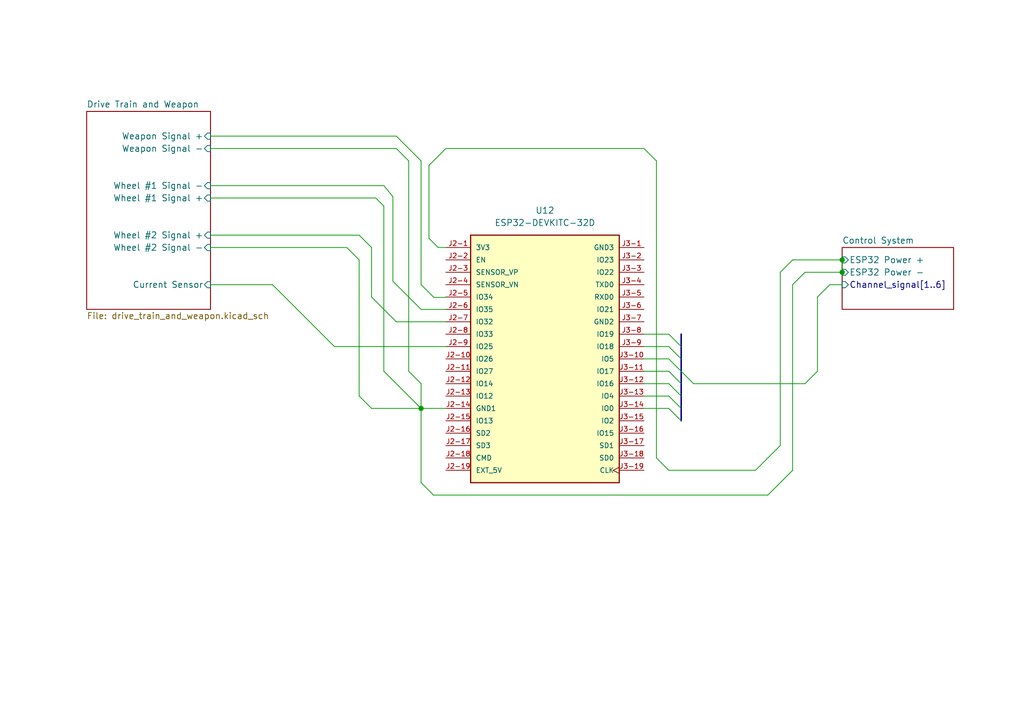
<source format=kicad_sch>
(kicad_sch
	(version 20231120)
	(generator "eeschema")
	(generator_version "8.0")
	(uuid "0c58a270-3f71-47ba-8bc2-d70582e7eff4")
	(paper "A5")
	(lib_symbols
		(symbol "ESP32-DEVKITC-32D:ESP32-DEVKITC-32D"
			(pin_names
				(offset 1.016)
			)
			(exclude_from_sim no)
			(in_bom yes)
			(on_board yes)
			(property "Reference" "U"
				(at -15.2572 26.0643 0)
				(effects
					(font
						(size 1.27 1.27)
					)
					(justify left bottom)
				)
			)
			(property "Value" "ESP32-DEVKITC-32D"
				(at -15.2563 -27.9698 0)
				(effects
					(font
						(size 1.27 1.27)
					)
					(justify left bottom)
				)
			)
			(property "Footprint" "ESP32-DEVKITC-32D:MODULE_ESP32-DEVKITC-32D"
				(at 0 0 0)
				(effects
					(font
						(size 1.27 1.27)
					)
					(justify bottom)
					(hide yes)
				)
			)
			(property "Datasheet" ""
				(at 0 0 0)
				(effects
					(font
						(size 1.27 1.27)
					)
					(hide yes)
				)
			)
			(property "Description" ""
				(at 0 0 0)
				(effects
					(font
						(size 1.27 1.27)
					)
					(hide yes)
				)
			)
			(property "MF" "Espressif Systems"
				(at 0 0 0)
				(effects
					(font
						(size 1.27 1.27)
					)
					(justify bottom)
					(hide yes)
				)
			)
			(property "MAXIMUM_PACKAGE_HEIGHT" "N/A"
				(at 0 0 0)
				(effects
					(font
						(size 1.27 1.27)
					)
					(justify bottom)
					(hide yes)
				)
			)
			(property "Package" "None"
				(at 0 0 0)
				(effects
					(font
						(size 1.27 1.27)
					)
					(justify bottom)
					(hide yes)
				)
			)
			(property "Price" "None"
				(at 0 0 0)
				(effects
					(font
						(size 1.27 1.27)
					)
					(justify bottom)
					(hide yes)
				)
			)
			(property "Check_prices" "https://www.snapeda.com/parts/ESP32-DEVKITC-32D/Espressif+Systems/view-part/?ref=eda"
				(at 0 0 0)
				(effects
					(font
						(size 1.27 1.27)
					)
					(justify bottom)
					(hide yes)
				)
			)
			(property "STANDARD" "Manufacturer Recommendations"
				(at 0 0 0)
				(effects
					(font
						(size 1.27 1.27)
					)
					(justify bottom)
					(hide yes)
				)
			)
			(property "PARTREV" "V4"
				(at 0 0 0)
				(effects
					(font
						(size 1.27 1.27)
					)
					(justify bottom)
					(hide yes)
				)
			)
			(property "SnapEDA_Link" "https://www.snapeda.com/parts/ESP32-DEVKITC-32D/Espressif+Systems/view-part/?ref=snap"
				(at 0 0 0)
				(effects
					(font
						(size 1.27 1.27)
					)
					(justify bottom)
					(hide yes)
				)
			)
			(property "MP" "ESP32-DEVKITC-32D"
				(at 0 0 0)
				(effects
					(font
						(size 1.27 1.27)
					)
					(justify bottom)
					(hide yes)
				)
			)
			(property "Description_1" "\nWiFi Development Tools (802.11) ESP32 General Development Kit, ESP32-WROOM-32D on the board\n"
				(at 0 0 0)
				(effects
					(font
						(size 1.27 1.27)
					)
					(justify bottom)
					(hide yes)
				)
			)
			(property "MANUFACTURER" "Espressif Systems"
				(at 0 0 0)
				(effects
					(font
						(size 1.27 1.27)
					)
					(justify bottom)
					(hide yes)
				)
			)
			(property "Availability" "In Stock"
				(at 0 0 0)
				(effects
					(font
						(size 1.27 1.27)
					)
					(justify bottom)
					(hide yes)
				)
			)
			(property "SNAPEDA_PN" "ESP32-DEVKITC-32D"
				(at 0 0 0)
				(effects
					(font
						(size 1.27 1.27)
					)
					(justify bottom)
					(hide yes)
				)
			)
			(symbol "ESP32-DEVKITC-32D_0_0"
				(rectangle
					(start -15.24 -25.4)
					(end 15.24 25.4)
					(stroke
						(width 0.254)
						(type default)
					)
					(fill
						(type background)
					)
				)
				(pin power_in line
					(at -20.32 22.86 0)
					(length 5.08)
					(name "3V3"
						(effects
							(font
								(size 1.016 1.016)
							)
						)
					)
					(number "J2-1"
						(effects
							(font
								(size 1.016 1.016)
							)
						)
					)
				)
				(pin bidirectional line
					(at -20.32 0 0)
					(length 5.08)
					(name "IO26"
						(effects
							(font
								(size 1.016 1.016)
							)
						)
					)
					(number "J2-10"
						(effects
							(font
								(size 1.016 1.016)
							)
						)
					)
				)
				(pin bidirectional line
					(at -20.32 -2.54 0)
					(length 5.08)
					(name "IO27"
						(effects
							(font
								(size 1.016 1.016)
							)
						)
					)
					(number "J2-11"
						(effects
							(font
								(size 1.016 1.016)
							)
						)
					)
				)
				(pin bidirectional line
					(at -20.32 -5.08 0)
					(length 5.08)
					(name "IO14"
						(effects
							(font
								(size 1.016 1.016)
							)
						)
					)
					(number "J2-12"
						(effects
							(font
								(size 1.016 1.016)
							)
						)
					)
				)
				(pin bidirectional line
					(at -20.32 -7.62 0)
					(length 5.08)
					(name "IO12"
						(effects
							(font
								(size 1.016 1.016)
							)
						)
					)
					(number "J2-13"
						(effects
							(font
								(size 1.016 1.016)
							)
						)
					)
				)
				(pin power_in line
					(at -20.32 -10.16 0)
					(length 5.08)
					(name "GND1"
						(effects
							(font
								(size 1.016 1.016)
							)
						)
					)
					(number "J2-14"
						(effects
							(font
								(size 1.016 1.016)
							)
						)
					)
				)
				(pin bidirectional line
					(at -20.32 -12.7 0)
					(length 5.08)
					(name "IO13"
						(effects
							(font
								(size 1.016 1.016)
							)
						)
					)
					(number "J2-15"
						(effects
							(font
								(size 1.016 1.016)
							)
						)
					)
				)
				(pin bidirectional line
					(at -20.32 -15.24 0)
					(length 5.08)
					(name "SD2"
						(effects
							(font
								(size 1.016 1.016)
							)
						)
					)
					(number "J2-16"
						(effects
							(font
								(size 1.016 1.016)
							)
						)
					)
				)
				(pin bidirectional line
					(at -20.32 -17.78 0)
					(length 5.08)
					(name "SD3"
						(effects
							(font
								(size 1.016 1.016)
							)
						)
					)
					(number "J2-17"
						(effects
							(font
								(size 1.016 1.016)
							)
						)
					)
				)
				(pin bidirectional line
					(at -20.32 -20.32 0)
					(length 5.08)
					(name "CMD"
						(effects
							(font
								(size 1.016 1.016)
							)
						)
					)
					(number "J2-18"
						(effects
							(font
								(size 1.016 1.016)
							)
						)
					)
				)
				(pin power_in line
					(at -20.32 -22.86 0)
					(length 5.08)
					(name "EXT_5V"
						(effects
							(font
								(size 1.016 1.016)
							)
						)
					)
					(number "J2-19"
						(effects
							(font
								(size 1.016 1.016)
							)
						)
					)
				)
				(pin input line
					(at -20.32 20.32 0)
					(length 5.08)
					(name "EN"
						(effects
							(font
								(size 1.016 1.016)
							)
						)
					)
					(number "J2-2"
						(effects
							(font
								(size 1.016 1.016)
							)
						)
					)
				)
				(pin input line
					(at -20.32 17.78 0)
					(length 5.08)
					(name "SENSOR_VP"
						(effects
							(font
								(size 1.016 1.016)
							)
						)
					)
					(number "J2-3"
						(effects
							(font
								(size 1.016 1.016)
							)
						)
					)
				)
				(pin input line
					(at -20.32 15.24 0)
					(length 5.08)
					(name "SENSOR_VN"
						(effects
							(font
								(size 1.016 1.016)
							)
						)
					)
					(number "J2-4"
						(effects
							(font
								(size 1.016 1.016)
							)
						)
					)
				)
				(pin bidirectional line
					(at -20.32 12.7 0)
					(length 5.08)
					(name "IO34"
						(effects
							(font
								(size 1.016 1.016)
							)
						)
					)
					(number "J2-5"
						(effects
							(font
								(size 1.016 1.016)
							)
						)
					)
				)
				(pin bidirectional line
					(at -20.32 10.16 0)
					(length 5.08)
					(name "IO35"
						(effects
							(font
								(size 1.016 1.016)
							)
						)
					)
					(number "J2-6"
						(effects
							(font
								(size 1.016 1.016)
							)
						)
					)
				)
				(pin bidirectional line
					(at -20.32 7.62 0)
					(length 5.08)
					(name "IO32"
						(effects
							(font
								(size 1.016 1.016)
							)
						)
					)
					(number "J2-7"
						(effects
							(font
								(size 1.016 1.016)
							)
						)
					)
				)
				(pin bidirectional line
					(at -20.32 5.08 0)
					(length 5.08)
					(name "IO33"
						(effects
							(font
								(size 1.016 1.016)
							)
						)
					)
					(number "J2-8"
						(effects
							(font
								(size 1.016 1.016)
							)
						)
					)
				)
				(pin bidirectional line
					(at -20.32 2.54 0)
					(length 5.08)
					(name "IO25"
						(effects
							(font
								(size 1.016 1.016)
							)
						)
					)
					(number "J2-9"
						(effects
							(font
								(size 1.016 1.016)
							)
						)
					)
				)
				(pin power_in line
					(at 20.32 22.86 180)
					(length 5.08)
					(name "GND3"
						(effects
							(font
								(size 1.016 1.016)
							)
						)
					)
					(number "J3-1"
						(effects
							(font
								(size 1.016 1.016)
							)
						)
					)
				)
				(pin bidirectional line
					(at 20.32 0 180)
					(length 5.08)
					(name "IO5"
						(effects
							(font
								(size 1.016 1.016)
							)
						)
					)
					(number "J3-10"
						(effects
							(font
								(size 1.016 1.016)
							)
						)
					)
				)
				(pin bidirectional line
					(at 20.32 -2.54 180)
					(length 5.08)
					(name "IO17"
						(effects
							(font
								(size 1.016 1.016)
							)
						)
					)
					(number "J3-11"
						(effects
							(font
								(size 1.016 1.016)
							)
						)
					)
				)
				(pin bidirectional line
					(at 20.32 -5.08 180)
					(length 5.08)
					(name "IO16"
						(effects
							(font
								(size 1.016 1.016)
							)
						)
					)
					(number "J3-12"
						(effects
							(font
								(size 1.016 1.016)
							)
						)
					)
				)
				(pin bidirectional line
					(at 20.32 -7.62 180)
					(length 5.08)
					(name "IO4"
						(effects
							(font
								(size 1.016 1.016)
							)
						)
					)
					(number "J3-13"
						(effects
							(font
								(size 1.016 1.016)
							)
						)
					)
				)
				(pin bidirectional line
					(at 20.32 -10.16 180)
					(length 5.08)
					(name "IO0"
						(effects
							(font
								(size 1.016 1.016)
							)
						)
					)
					(number "J3-14"
						(effects
							(font
								(size 1.016 1.016)
							)
						)
					)
				)
				(pin bidirectional line
					(at 20.32 -12.7 180)
					(length 5.08)
					(name "IO2"
						(effects
							(font
								(size 1.016 1.016)
							)
						)
					)
					(number "J3-15"
						(effects
							(font
								(size 1.016 1.016)
							)
						)
					)
				)
				(pin bidirectional line
					(at 20.32 -15.24 180)
					(length 5.08)
					(name "IO15"
						(effects
							(font
								(size 1.016 1.016)
							)
						)
					)
					(number "J3-16"
						(effects
							(font
								(size 1.016 1.016)
							)
						)
					)
				)
				(pin bidirectional line
					(at 20.32 -17.78 180)
					(length 5.08)
					(name "SD1"
						(effects
							(font
								(size 1.016 1.016)
							)
						)
					)
					(number "J3-17"
						(effects
							(font
								(size 1.016 1.016)
							)
						)
					)
				)
				(pin bidirectional line
					(at 20.32 -20.32 180)
					(length 5.08)
					(name "SD0"
						(effects
							(font
								(size 1.016 1.016)
							)
						)
					)
					(number "J3-18"
						(effects
							(font
								(size 1.016 1.016)
							)
						)
					)
				)
				(pin input clock
					(at 20.32 -22.86 180)
					(length 5.08)
					(name "CLK"
						(effects
							(font
								(size 1.016 1.016)
							)
						)
					)
					(number "J3-19"
						(effects
							(font
								(size 1.016 1.016)
							)
						)
					)
				)
				(pin bidirectional line
					(at 20.32 20.32 180)
					(length 5.08)
					(name "IO23"
						(effects
							(font
								(size 1.016 1.016)
							)
						)
					)
					(number "J3-2"
						(effects
							(font
								(size 1.016 1.016)
							)
						)
					)
				)
				(pin bidirectional line
					(at 20.32 17.78 180)
					(length 5.08)
					(name "IO22"
						(effects
							(font
								(size 1.016 1.016)
							)
						)
					)
					(number "J3-3"
						(effects
							(font
								(size 1.016 1.016)
							)
						)
					)
				)
				(pin output line
					(at 20.32 15.24 180)
					(length 5.08)
					(name "TXD0"
						(effects
							(font
								(size 1.016 1.016)
							)
						)
					)
					(number "J3-4"
						(effects
							(font
								(size 1.016 1.016)
							)
						)
					)
				)
				(pin input line
					(at 20.32 12.7 180)
					(length 5.08)
					(name "RXD0"
						(effects
							(font
								(size 1.016 1.016)
							)
						)
					)
					(number "J3-5"
						(effects
							(font
								(size 1.016 1.016)
							)
						)
					)
				)
				(pin bidirectional line
					(at 20.32 10.16 180)
					(length 5.08)
					(name "IO21"
						(effects
							(font
								(size 1.016 1.016)
							)
						)
					)
					(number "J3-6"
						(effects
							(font
								(size 1.016 1.016)
							)
						)
					)
				)
				(pin power_in line
					(at 20.32 7.62 180)
					(length 5.08)
					(name "GND2"
						(effects
							(font
								(size 1.016 1.016)
							)
						)
					)
					(number "J3-7"
						(effects
							(font
								(size 1.016 1.016)
							)
						)
					)
				)
				(pin bidirectional line
					(at 20.32 5.08 180)
					(length 5.08)
					(name "IO19"
						(effects
							(font
								(size 1.016 1.016)
							)
						)
					)
					(number "J3-8"
						(effects
							(font
								(size 1.016 1.016)
							)
						)
					)
				)
				(pin bidirectional line
					(at 20.32 2.54 180)
					(length 5.08)
					(name "IO18"
						(effects
							(font
								(size 1.016 1.016)
							)
						)
					)
					(number "J3-9"
						(effects
							(font
								(size 1.016 1.016)
							)
						)
					)
				)
			)
		)
	)
	(junction
		(at 86.36 83.82)
		(diameter 0)
		(color 0 0 0 0)
		(uuid "2ec4af8c-78bd-49fa-b5a3-4986bbbfc33e")
	)
	(junction
		(at 172.72 55.88)
		(diameter 0)
		(color 0 0 0 0)
		(uuid "3e6a5c65-f01f-474d-9630-eeddf8c0741f")
	)
	(junction
		(at 172.72 53.34)
		(diameter 0)
		(color 0 0 0 0)
		(uuid "768ab9bc-5e7f-4b96-ac50-93dec35ec9d3")
	)
	(bus_entry
		(at 137.16 71.12)
		(size 2.54 2.54)
		(stroke
			(width 0)
			(type default)
		)
		(uuid "2d0255d2-27f3-4b1f-bd6e-9f1f46ca86b1")
	)
	(bus_entry
		(at 139.7 76.2)
		(size 2.54 2.54)
		(stroke
			(width 0)
			(type default)
		)
		(uuid "4b0624f3-4ed4-4fd1-bcf0-a75705917539")
	)
	(bus_entry
		(at 137.16 73.66)
		(size 2.54 2.54)
		(stroke
			(width 0)
			(type default)
		)
		(uuid "69191e64-d453-4e90-9f56-4e17af9b5409")
	)
	(bus_entry
		(at 137.16 81.28)
		(size 2.54 2.54)
		(stroke
			(width 0)
			(type default)
		)
		(uuid "6ab91bbb-0353-4a14-be2a-181a69861471")
	)
	(bus_entry
		(at 137.16 68.58)
		(size 2.54 2.54)
		(stroke
			(width 0)
			(type default)
		)
		(uuid "7c4aaffc-a232-4f37-8658-b824974ffb9a")
	)
	(bus_entry
		(at 137.16 76.2)
		(size 2.54 2.54)
		(stroke
			(width 0)
			(type default)
		)
		(uuid "8ba9f384-1ab3-45c8-a22b-d05693142380")
	)
	(bus_entry
		(at 137.16 78.74)
		(size 2.54 2.54)
		(stroke
			(width 0)
			(type default)
		)
		(uuid "c15fb117-d5bc-414c-9fdb-77276bc54dca")
	)
	(bus_entry
		(at 137.16 83.82)
		(size 2.54 2.54)
		(stroke
			(width 0)
			(type default)
		)
		(uuid "fccba51a-fe68-447b-ac07-5587cc36de4c")
	)
	(bus
		(pts
			(xy 139.7 76.2) (xy 139.7 78.74)
		)
		(stroke
			(width 0)
			(type default)
		)
		(uuid "014e27c8-4f9d-44e8-926e-ce1fc225eac3")
	)
	(wire
		(pts
			(xy 160.02 55.88) (xy 160.02 91.44)
		)
		(stroke
			(width 0)
			(type default)
		)
		(uuid "01a816de-954a-49b8-aec3-8802891a48f3")
	)
	(wire
		(pts
			(xy 43.18 38.1) (xy 78.74 38.1)
		)
		(stroke
			(width 0)
			(type default)
		)
		(uuid "01e469fe-f48c-411b-ab40-def2c9f6bed2")
	)
	(wire
		(pts
			(xy 132.08 30.48) (xy 134.62 33.02)
		)
		(stroke
			(width 0)
			(type default)
		)
		(uuid "06a72bbc-7583-4bbb-90e9-be4534c73404")
	)
	(wire
		(pts
			(xy 81.28 27.94) (xy 86.36 33.02)
		)
		(stroke
			(width 0)
			(type default)
		)
		(uuid "0732f81a-6647-446f-955d-142996ace0d2")
	)
	(wire
		(pts
			(xy 76.2 83.82) (xy 86.36 83.82)
		)
		(stroke
			(width 0)
			(type default)
		)
		(uuid "073d5420-6092-471c-95c6-b022449d577d")
	)
	(wire
		(pts
			(xy 80.5735 40.3757) (xy 80.5735 57.7135)
		)
		(stroke
			(width 0)
			(type default)
		)
		(uuid "07ece367-e974-4c27-94ac-e91c49cf05cf")
	)
	(wire
		(pts
			(xy 76.2 60.96) (xy 76.2 50.8)
		)
		(stroke
			(width 0)
			(type default)
		)
		(uuid "0d6b581e-fd9a-4d0d-a057-62bd56dace94")
	)
	(wire
		(pts
			(xy 132.08 78.74) (xy 137.16 78.74)
		)
		(stroke
			(width 0)
			(type default)
		)
		(uuid "0e01422c-4c05-4022-a744-61fd62d0df1e")
	)
	(wire
		(pts
			(xy 170.18 58.42) (xy 172.72 58.42)
		)
		(stroke
			(width 0)
			(type default)
		)
		(uuid "174d9ddf-2adb-4250-9f2d-625502b1ec75")
	)
	(wire
		(pts
			(xy 43.18 50.8) (xy 71.12 50.8)
		)
		(stroke
			(width 0)
			(type default)
		)
		(uuid "1d292e41-ac5d-4d2c-aa0e-d66800269172")
	)
	(wire
		(pts
			(xy 132.08 71.12) (xy 137.16 71.12)
		)
		(stroke
			(width 0)
			(type default)
		)
		(uuid "1e79e6a9-d7cf-4c8d-b6ec-eef172250c66")
	)
	(wire
		(pts
			(xy 162.56 96.52) (xy 157.48 101.6)
		)
		(stroke
			(width 0)
			(type default)
		)
		(uuid "22eaf886-7acf-4a15-8f9b-230041f79126")
	)
	(wire
		(pts
			(xy 132.08 76.2) (xy 137.16 76.2)
		)
		(stroke
			(width 0)
			(type default)
		)
		(uuid "28430a48-611e-4bbd-b375-28652cc0d829")
	)
	(wire
		(pts
			(xy 88.9719 61.0319) (xy 91.3681 61.0319)
		)
		(stroke
			(width 0)
			(type default)
		)
		(uuid "2fffb937-76de-43b6-ad7d-f42ba3ea6147")
	)
	(wire
		(pts
			(xy 76.2 50.8) (xy 73.66 48.26)
		)
		(stroke
			(width 0)
			(type default)
		)
		(uuid "3151c96e-a0d0-4c05-84be-a48010172120")
	)
	(wire
		(pts
			(xy 165.1 55.88) (xy 162.56 58.42)
		)
		(stroke
			(width 0)
			(type default)
		)
		(uuid "32347206-2c71-4617-86c5-fdfbdbf764e6")
	)
	(wire
		(pts
			(xy 132.08 83.82) (xy 137.16 83.82)
		)
		(stroke
			(width 0)
			(type default)
		)
		(uuid "39afa6ad-b9c8-48ff-8555-bc77fe96bd55")
	)
	(wire
		(pts
			(xy 55.88 58.42) (xy 68.58 71.12)
		)
		(stroke
			(width 0)
			(type default)
		)
		(uuid "4746c263-6991-4c7f-a6fd-2e6905b8f9a9")
	)
	(bus
		(pts
			(xy 139.7 71.12) (xy 139.7 73.66)
		)
		(stroke
			(width 0)
			(type default)
		)
		(uuid "47dc699c-d464-4889-af71-3541d0e72af3")
	)
	(wire
		(pts
			(xy 87.9695 48.9112) (xy 87.9695 33.9505)
		)
		(stroke
			(width 0)
			(type default)
		)
		(uuid "48b59e38-ce97-4f3c-b278-0c461411d8bd")
	)
	(wire
		(pts
			(xy 91.3681 61.0319) (xy 91.44 60.96)
		)
		(stroke
			(width 0)
			(type default)
		)
		(uuid "4c8e5177-5f0d-4420-8e97-fe1c1cc5defc")
	)
	(wire
		(pts
			(xy 43.18 58.42) (xy 55.88 58.42)
		)
		(stroke
			(width 0)
			(type default)
		)
		(uuid "4fdc4043-c956-4d2b-ac5e-5d48c9042ed2")
	)
	(wire
		(pts
			(xy 167.64 60.96) (xy 170.18 58.42)
		)
		(stroke
			(width 0)
			(type default)
		)
		(uuid "5121539c-7751-452c-b143-693913b84912")
	)
	(wire
		(pts
			(xy 132.08 73.66) (xy 137.16 73.66)
		)
		(stroke
			(width 0)
			(type default)
		)
		(uuid "551af99d-4c37-47f7-b78d-489458326fdf")
	)
	(wire
		(pts
			(xy 132.08 81.28) (xy 137.16 81.28)
		)
		(stroke
			(width 0)
			(type default)
		)
		(uuid "557e2559-0bdc-43ad-aea1-8d102e4c912d")
	)
	(wire
		(pts
			(xy 73.66 81.28) (xy 76.2 83.82)
		)
		(stroke
			(width 0)
			(type default)
		)
		(uuid "59b8b910-9179-4767-97f9-7d54536a3d98")
	)
	(bus
		(pts
			(xy 139.7 73.66) (xy 139.7 76.2)
		)
		(stroke
			(width 0)
			(type default)
		)
		(uuid "63038da5-9eaa-47aa-b3e1-f6d8f7a20448")
	)
	(wire
		(pts
			(xy 43.18 48.26) (xy 73.66 48.26)
		)
		(stroke
			(width 0)
			(type default)
		)
		(uuid "64579cf2-49bf-4e62-8794-081772cab637")
	)
	(wire
		(pts
			(xy 80.5735 57.7135) (xy 86.36 63.5)
		)
		(stroke
			(width 0)
			(type default)
		)
		(uuid "66db82c5-f8ac-4d51-ba58-7ed0e35b1d0c")
	)
	(wire
		(pts
			(xy 81.28 30.48) (xy 83.82 33.02)
		)
		(stroke
			(width 0)
			(type default)
		)
		(uuid "6982efa0-0b9e-4133-bdda-60283dac4149")
	)
	(wire
		(pts
			(xy 172.72 55.88) (xy 172.72 53.34)
		)
		(stroke
			(width 0)
			(type default)
		)
		(uuid "6bd52382-2100-4fe8-a8ce-b41153a78209")
	)
	(wire
		(pts
			(xy 157.48 101.6) (xy 88.9 101.6)
		)
		(stroke
			(width 0)
			(type default)
		)
		(uuid "6cd762b7-e224-4a9b-bd2b-913ce8936513")
	)
	(wire
		(pts
			(xy 162.56 58.42) (xy 162.56 96.52)
		)
		(stroke
			(width 0)
			(type default)
		)
		(uuid "73373ed3-8c79-4362-9195-5269dfb97387")
	)
	(wire
		(pts
			(xy 137.16 96.52) (xy 154.94 96.52)
		)
		(stroke
			(width 0)
			(type default)
		)
		(uuid "75c6ae07-435c-447e-8dca-21d71afb47a9")
	)
	(wire
		(pts
			(xy 87.9695 33.9505) (xy 91.44 30.48)
		)
		(stroke
			(width 0)
			(type default)
		)
		(uuid "7907364d-24ce-4a06-bda5-dbfdeaa24380")
	)
	(wire
		(pts
			(xy 172.72 55.88) (xy 165.1 55.88)
		)
		(stroke
			(width 0)
			(type default)
		)
		(uuid "7cdc4285-663d-4b80-a8ea-9955b77f85b2")
	)
	(wire
		(pts
			(xy 86.36 63.5) (xy 91.44 63.5)
		)
		(stroke
			(width 0)
			(type default)
		)
		(uuid "7f3903a3-7e69-40e9-a532-9fbdf89e61fd")
	)
	(wire
		(pts
			(xy 78.712 76.172) (xy 86.36 83.82)
		)
		(stroke
			(width 0)
			(type default)
		)
		(uuid "80aeab00-ba5d-4eb8-b88b-59955fbd4ffc")
	)
	(wire
		(pts
			(xy 162.56 53.34) (xy 172.72 53.34)
		)
		(stroke
			(width 0)
			(type default)
		)
		(uuid "871e31e7-8559-4fd7-bf4f-d59ecfaeaf15")
	)
	(wire
		(pts
			(xy 43.18 30.48) (xy 81.28 30.48)
		)
		(stroke
			(width 0)
			(type default)
		)
		(uuid "8783324e-8280-4bd0-bdcc-0221bd086774")
	)
	(wire
		(pts
			(xy 137.16 96.52) (xy 134.62 93.98)
		)
		(stroke
			(width 0)
			(type default)
		)
		(uuid "8ab1aeed-411f-465e-802b-42c400eabef2")
	)
	(bus
		(pts
			(xy 139.7 68.58) (xy 139.7 71.12)
		)
		(stroke
			(width 0)
			(type default)
		)
		(uuid "8d5b69d6-6f32-43c0-9f44-82c201c81f9f")
	)
	(wire
		(pts
			(xy 142.24 78.74) (xy 165.1 78.74)
		)
		(stroke
			(width 0)
			(type default)
		)
		(uuid "8fd387f2-1f7e-46d3-b960-e31b769d963a")
	)
	(wire
		(pts
			(xy 68.58 71.12) (xy 91.44 71.12)
		)
		(stroke
			(width 0)
			(type default)
		)
		(uuid "a1b5e194-3427-478c-8c83-84a82543babd")
	)
	(wire
		(pts
			(xy 86.36 99.06) (xy 88.9 101.6)
		)
		(stroke
			(width 0)
			(type default)
		)
		(uuid "a1c687f2-3bf2-4397-b5cc-782cd489ad63")
	)
	(wire
		(pts
			(xy 86.36 83.82) (xy 86.36 99.06)
		)
		(stroke
			(width 0)
			(type default)
		)
		(uuid "a2362b01-6126-478d-8b75-8c3df129fe32")
	)
	(wire
		(pts
			(xy 162.56 53.34) (xy 160.02 55.88)
		)
		(stroke
			(width 0)
			(type default)
		)
		(uuid "a41c5622-02bc-4d84-8abc-c3e1d587d1b0")
	)
	(wire
		(pts
			(xy 167.64 60.96) (xy 167.64 76.2)
		)
		(stroke
			(width 0)
			(type default)
		)
		(uuid "aa1f09b1-8818-444f-be92-afe696467bdf")
	)
	(wire
		(pts
			(xy 89.8583 50.8) (xy 87.9695 48.9112)
		)
		(stroke
			(width 0)
			(type default)
		)
		(uuid "aea06009-5103-4365-9cf7-f734772aa514")
	)
	(wire
		(pts
			(xy 132.08 68.58) (xy 137.16 68.58)
		)
		(stroke
			(width 0)
			(type default)
		)
		(uuid "b1c4420c-7024-4e96-8390-7fffbe54405d")
	)
	(wire
		(pts
			(xy 91.44 66.04) (xy 81.28 66.04)
		)
		(stroke
			(width 0)
			(type default)
		)
		(uuid "bfa60194-fbbe-48cc-877f-5b5fe8f96f25")
	)
	(wire
		(pts
			(xy 71.12 50.8) (xy 73.66 53.34)
		)
		(stroke
			(width 0)
			(type default)
		)
		(uuid "c008e33f-2eb9-4079-ac8f-947206d1585e")
	)
	(wire
		(pts
			(xy 134.62 33.02) (xy 134.62 93.98)
		)
		(stroke
			(width 0)
			(type default)
		)
		(uuid "c2bde326-3ba6-4a88-b7c5-6f89f607c8c4")
	)
	(wire
		(pts
			(xy 86.36 78.74) (xy 86.36 83.82)
		)
		(stroke
			(width 0)
			(type default)
		)
		(uuid "c6512b24-a89b-4197-a819-d105215005f5")
	)
	(wire
		(pts
			(xy 81.28 66.04) (xy 76.2 60.96)
		)
		(stroke
			(width 0)
			(type default)
		)
		(uuid "c72e0554-6eb5-4fea-a831-3a87457dc53b")
	)
	(wire
		(pts
			(xy 165.1 78.74) (xy 167.64 76.2)
		)
		(stroke
			(width 0)
			(type default)
		)
		(uuid "c82917e3-a0d2-4df2-9db8-bca35a2a22a2")
	)
	(wire
		(pts
			(xy 86.36 33.02) (xy 86.36 58.42)
		)
		(stroke
			(width 0)
			(type default)
		)
		(uuid "cb4ca32a-ce39-4014-8aba-c9b600a01acb")
	)
	(wire
		(pts
			(xy 86.36 58.42) (xy 88.9719 61.0319)
		)
		(stroke
			(width 0)
			(type default)
		)
		(uuid "cd576867-c6c7-4fc9-a09c-6ca46c1c221e")
	)
	(wire
		(pts
			(xy 43.18 27.94) (xy 81.28 27.94)
		)
		(stroke
			(width 0)
			(type default)
		)
		(uuid "d2273308-645e-4394-a308-ca206ca338f6")
	)
	(bus
		(pts
			(xy 139.7 81.28) (xy 139.7 83.82)
		)
		(stroke
			(width 0)
			(type default)
		)
		(uuid "d2a86f66-36a8-4d00-bd8b-1b8b87029933")
	)
	(wire
		(pts
			(xy 73.66 53.34) (xy 73.66 81.28)
		)
		(stroke
			(width 0)
			(type default)
		)
		(uuid "d47e5c24-5bd0-42ac-90ea-e05a4763795e")
	)
	(wire
		(pts
			(xy 77.0652 40.64) (xy 78.712 42.2868)
		)
		(stroke
			(width 0)
			(type default)
		)
		(uuid "d4da822e-c5d7-44e7-9593-9b8ba59e666e")
	)
	(bus
		(pts
			(xy 139.7 78.74) (xy 139.7 81.28)
		)
		(stroke
			(width 0)
			(type default)
		)
		(uuid "d97d9b66-0020-4720-87f1-887a2610ef8f")
	)
	(wire
		(pts
			(xy 43.18 40.64) (xy 77.0652 40.64)
		)
		(stroke
			(width 0)
			(type default)
		)
		(uuid "db46b690-3c6c-43dc-9459-3c7a5552838b")
	)
	(wire
		(pts
			(xy 83.82 76.2) (xy 86.36 78.74)
		)
		(stroke
			(width 0)
			(type default)
		)
		(uuid "dc3a3c9e-2116-4276-aeac-3bf5aca1c4f8")
	)
	(wire
		(pts
			(xy 160.02 91.44) (xy 154.94 96.52)
		)
		(stroke
			(width 0)
			(type default)
		)
		(uuid "dc7f400d-0e59-420f-afe5-2f7ee6d90f84")
	)
	(wire
		(pts
			(xy 91.44 50.8) (xy 89.8583 50.8)
		)
		(stroke
			(width 0)
			(type default)
		)
		(uuid "e0604510-72b4-4eb5-b402-ac5a72d2b163")
	)
	(wire
		(pts
			(xy 78.712 42.2868) (xy 78.712 76.172)
		)
		(stroke
			(width 0)
			(type default)
		)
		(uuid "e1083370-1e3a-4aca-81a4-2769a96d7aa0")
	)
	(wire
		(pts
			(xy 86.36 83.82) (xy 91.44 83.82)
		)
		(stroke
			(width 0)
			(type default)
		)
		(uuid "e2b0617c-4e2e-4d57-9e5d-711efe748af2")
	)
	(wire
		(pts
			(xy 91.44 30.48) (xy 132.08 30.48)
		)
		(stroke
			(width 0)
			(type default)
		)
		(uuid "e466ab52-f096-4c6e-97a8-564266c6caf5")
	)
	(wire
		(pts
			(xy 83.82 33.02) (xy 83.82 76.2)
		)
		(stroke
			(width 0)
			(type default)
		)
		(uuid "eaf1b8c8-bb65-4197-8df4-07d780c66ee4")
	)
	(bus
		(pts
			(xy 139.7 83.82) (xy 139.7 86.36)
		)
		(stroke
			(width 0)
			(type default)
		)
		(uuid "f0353b24-0f31-414f-820c-8bea7f3ad272")
	)
	(wire
		(pts
			(xy 78.74 38.1) (xy 80.5735 40.3757)
		)
		(stroke
			(width 0)
			(type default)
		)
		(uuid "ffb1f3c1-6fb8-4f23-9110-bda4a8801d39")
	)
	(symbol
		(lib_id "ESP32-DEVKITC-32D:ESP32-DEVKITC-32D")
		(at 111.76 73.66 0)
		(unit 1)
		(exclude_from_sim no)
		(in_bom yes)
		(on_board yes)
		(dnp no)
		(fields_autoplaced yes)
		(uuid "f31ecff6-1aef-45fd-b940-c4c20cddb32e")
		(property "Reference" "U12"
			(at 111.76 43.18 0)
			(effects
				(font
					(size 1.27 1.27)
				)
			)
		)
		(property "Value" "ESP32-DEVKITC-32D"
			(at 111.76 45.72 0)
			(effects
				(font
					(size 1.27 1.27)
				)
			)
		)
		(property "Footprint" "ESP32-DEVKITC-32D:MODULE_ESP32-DEVKITC-32D"
			(at 111.76 73.66 0)
			(effects
				(font
					(size 1.27 1.27)
				)
				(justify bottom)
				(hide yes)
			)
		)
		(property "Datasheet" ""
			(at 111.76 73.66 0)
			(effects
				(font
					(size 1.27 1.27)
				)
				(hide yes)
			)
		)
		(property "Description" ""
			(at 111.76 73.66 0)
			(effects
				(font
					(size 1.27 1.27)
				)
				(hide yes)
			)
		)
		(property "MF" "Espressif Systems"
			(at 111.76 73.66 0)
			(effects
				(font
					(size 1.27 1.27)
				)
				(justify bottom)
				(hide yes)
			)
		)
		(property "MAXIMUM_PACKAGE_HEIGHT" "N/A"
			(at 111.76 73.66 0)
			(effects
				(font
					(size 1.27 1.27)
				)
				(justify bottom)
				(hide yes)
			)
		)
		(property "Package" "None"
			(at 111.76 73.66 0)
			(effects
				(font
					(size 1.27 1.27)
				)
				(justify bottom)
				(hide yes)
			)
		)
		(property "Price" "None"
			(at 111.76 73.66 0)
			(effects
				(font
					(size 1.27 1.27)
				)
				(justify bottom)
				(hide yes)
			)
		)
		(property "Check_prices" "https://www.snapeda.com/parts/ESP32-DEVKITC-32D/Espressif+Systems/view-part/?ref=eda"
			(at 111.76 73.66 0)
			(effects
				(font
					(size 1.27 1.27)
				)
				(justify bottom)
				(hide yes)
			)
		)
		(property "STANDARD" "Manufacturer Recommendations"
			(at 111.76 73.66 0)
			(effects
				(font
					(size 1.27 1.27)
				)
				(justify bottom)
				(hide yes)
			)
		)
		(property "PARTREV" "V4"
			(at 111.76 73.66 0)
			(effects
				(font
					(size 1.27 1.27)
				)
				(justify bottom)
				(hide yes)
			)
		)
		(property "SnapEDA_Link" "https://www.snapeda.com/parts/ESP32-DEVKITC-32D/Espressif+Systems/view-part/?ref=snap"
			(at 111.76 73.66 0)
			(effects
				(font
					(size 1.27 1.27)
				)
				(justify bottom)
				(hide yes)
			)
		)
		(property "MP" "ESP32-DEVKITC-32D"
			(at 111.76 73.66 0)
			(effects
				(font
					(size 1.27 1.27)
				)
				(justify bottom)
				(hide yes)
			)
		)
		(property "Description_1" "\nWiFi Development Tools (802.11) ESP32 General Development Kit, ESP32-WROOM-32D on the board\n"
			(at 111.76 73.66 0)
			(effects
				(font
					(size 1.27 1.27)
				)
				(justify bottom)
				(hide yes)
			)
		)
		(property "MANUFACTURER" "Espressif Systems"
			(at 111.76 73.66 0)
			(effects
				(font
					(size 1.27 1.27)
				)
				(justify bottom)
				(hide yes)
			)
		)
		(property "Availability" "In Stock"
			(at 111.76 73.66 0)
			(effects
				(font
					(size 1.27 1.27)
				)
				(justify bottom)
				(hide yes)
			)
		)
		(property "SNAPEDA_PN" "ESP32-DEVKITC-32D"
			(at 111.76 73.66 0)
			(effects
				(font
					(size 1.27 1.27)
				)
				(justify bottom)
				(hide yes)
			)
		)
		(pin "J2-7"
			(uuid "16f8d45e-01ba-4f4a-bb94-ddc8d50d632c")
		)
		(pin "J3-4"
			(uuid "332a479e-3748-4ca9-be85-193f2bb3bb8c")
		)
		(pin "J3-8"
			(uuid "f777d960-189c-48f8-809c-5ed46c6fe383")
		)
		(pin "J2-5"
			(uuid "de26c1c4-6889-4828-82b7-a9365b293934")
		)
		(pin "J2-9"
			(uuid "7b93128e-4ea3-4892-b066-0e727faee096")
		)
		(pin "J3-6"
			(uuid "48cd7c97-efc2-48a6-aeb5-f773e5fcd751")
		)
		(pin "J3-13"
			(uuid "059f7412-f1ed-47d9-998b-69d150f55551")
		)
		(pin "J3-9"
			(uuid "8f71711d-488b-4506-ae97-314190d5f879")
		)
		(pin "J3-2"
			(uuid "ee408829-1be4-45c8-bec9-1c5339f8838d")
		)
		(pin "J3-3"
			(uuid "11545cd6-5b2f-4f98-a6b5-f55afe85066b")
		)
		(pin "J2-11"
			(uuid "6a95872c-de88-4fc4-83ca-65a3f17bb04d")
		)
		(pin "J2-18"
			(uuid "37ebac02-4165-493e-936e-593faf437917")
		)
		(pin "J2-3"
			(uuid "ad79125f-ecf4-48fc-8261-15d94e91a1a4")
		)
		(pin "J3-16"
			(uuid "5dfe1fd0-f6a7-459c-9716-1e3edf5f7db0")
		)
		(pin "J3-17"
			(uuid "da91f04c-f528-4e6a-999e-cb9e27d1fad3")
		)
		(pin "J2-10"
			(uuid "b532b9b4-68eb-4fdf-bd68-78c3e33f354d")
		)
		(pin "J2-12"
			(uuid "0d3007a6-11a6-4fe2-8784-65e9537ac887")
		)
		(pin "J3-11"
			(uuid "28b284a6-b999-4304-bb71-03c9f4f1eb97")
		)
		(pin "J3-12"
			(uuid "e5b99616-eb46-43aa-9292-9a9578f12b20")
		)
		(pin "J3-15"
			(uuid "781d3d97-8835-41ca-8b81-84db1f93553a")
		)
		(pin "J2-1"
			(uuid "8f2223ef-8fb1-4865-9c2e-13912abaabef")
		)
		(pin "J2-13"
			(uuid "81728087-2389-4032-a6e1-5628470f5403")
		)
		(pin "J3-1"
			(uuid "b2e5e937-34e7-4690-a700-6fb24c2a1a82")
		)
		(pin "J3-19"
			(uuid "0b3142d2-301c-4e25-9f05-ad5be357b4f7")
		)
		(pin "J2-19"
			(uuid "737271e4-9804-4392-9da0-908be4fff2e2")
		)
		(pin "J3-7"
			(uuid "7db2e5df-b569-4b7d-969b-1fee3569a7df")
		)
		(pin "J2-6"
			(uuid "ef70f5dc-4d2d-4206-a0c6-bc007460d2ff")
		)
		(pin "J3-14"
			(uuid "407089a1-bb78-4c6e-b9bf-86cdf69acd1f")
		)
		(pin "J2-14"
			(uuid "0ce8df72-8930-44ce-9653-03d9fbe18f78")
		)
		(pin "J3-10"
			(uuid "e828dd26-10fe-47f3-a604-4b8300b0c556")
		)
		(pin "J3-18"
			(uuid "dd5368d0-a204-4f55-bef0-bf709e294bf1")
		)
		(pin "J2-17"
			(uuid "e60ce955-769c-46a8-907b-9463d914dd05")
		)
		(pin "J2-2"
			(uuid "d1b919c8-7aba-4d41-adaa-45891c7114a6")
		)
		(pin "J2-8"
			(uuid "d30d27d7-1350-4a62-8f39-6d6996149bb3")
		)
		(pin "J3-5"
			(uuid "3d3f4642-2e0c-4065-bfe8-ba8b292b4bef")
		)
		(pin "J2-16"
			(uuid "5bdf5661-1f0f-443d-bc98-1e22eff0795f")
		)
		(pin "J2-15"
			(uuid "5bbb6cba-d071-4048-b63c-ac51f0dea5dc")
		)
		(pin "J2-4"
			(uuid "6c48b028-4505-431d-9e67-2af4982dd919")
		)
		(instances
			(project "Electrical_design"
				(path "/0c58a270-3f71-47ba-8bc2-d70582e7eff4"
					(reference "U12")
					(unit 1)
				)
			)
		)
	)
	(sheet
		(at 17.78 22.86)
		(size 25.4 40.64)
		(fields_autoplaced yes)
		(stroke
			(width 0.1524)
			(type solid)
		)
		(fill
			(color 0 0 0 0.0000)
		)
		(uuid "ae9479bd-d7a4-43d7-85ce-92aa199ce9d4")
		(property "Sheetname" "Drive Train and Weapon"
			(at 17.78 22.1484 0)
			(effects
				(font
					(size 1.27 1.27)
				)
				(justify left bottom)
			)
		)
		(property "Sheetfile" "drive_train_and_weapon.kicad_sch"
			(at 17.78 64.0846 0)
			(effects
				(font
					(size 1.27 1.27)
				)
				(justify left top)
			)
		)
		(pin "Weapon Signal +" input
			(at 43.18 27.94 0)
			(effects
				(font
					(size 1.27 1.27)
				)
				(justify right)
			)
			(uuid "16fe34fe-17ef-4f77-a1e6-6fdd36c629e4")
		)
		(pin "Weapon Signal -" input
			(at 43.18 30.48 0)
			(effects
				(font
					(size 1.27 1.27)
				)
				(justify right)
			)
			(uuid "833bb650-f44b-420b-bb43-d83c6dd98ced")
		)
		(pin "Wheel #2 Signal +" input
			(at 43.18 48.26 0)
			(effects
				(font
					(size 1.27 1.27)
				)
				(justify right)
			)
			(uuid "1c2965d9-b8e7-4124-b157-cc4e6ab493bc")
		)
		(pin "Wheel #2 Signal -" input
			(at 43.18 50.8 0)
			(effects
				(font
					(size 1.27 1.27)
				)
				(justify right)
			)
			(uuid "c2f2e809-dd08-4b60-b00a-a705ef6fd584")
		)
		(pin "Wheel #1 Signal -" input
			(at 43.18 38.1 0)
			(effects
				(font
					(size 1.27 1.27)
				)
				(justify right)
			)
			(uuid "3755eebf-8298-4b9c-8bba-7b60b989f9df")
		)
		(pin "Wheel #1 Signal +" input
			(at 43.18 40.64 0)
			(effects
				(font
					(size 1.27 1.27)
				)
				(justify right)
			)
			(uuid "225b8da2-8fcc-4af7-8192-b218e04c70ee")
		)
		(pin "Current Sensor" input
			(at 43.18 58.42 0)
			(effects
				(font
					(size 1.27 1.27)
				)
				(justify right)
			)
			(uuid "93004b13-8433-45f9-a6a1-f3cda3ee52fb")
		)
		(instances
			(project "Electrical_design"
				(path "/0c58a270-3f71-47ba-8bc2-d70582e7eff4"
					(page "3")
				)
			)
		)
	)
	(sheet
		(at 172.72 50.8)
		(size 22.86 12.7)
		(fields_autoplaced yes)
		(stroke
			(width 0.1524)
			(type solid)
		)
		(fill
			(color 0 0 0 0.0000)
		)
		(uuid "f7f4ae2f-45b6-4acc-a301-54354d8610b8")
		(property "Sheetname" "Control System"
			(at 172.72 50.0884 0)
			(effects
				(font
					(size 1.27 1.27)
				)
				(justify left bottom)
			)
		)
		(property "Sheetfile" "Control System.kicad_sch"
			(at 172.72 64.0846 0)
			(effects
				(font
					(size 1.27 1.27)
				)
				(justify left top)
				(hide yes)
			)
		)
		(property "Field2" ""
			(at 172.72 50.8 0)
			(effects
				(font
					(size 1.27 1.27)
				)
				(hide yes)
			)
		)
		(pin "Channel_signal[1..6]" input
			(at 172.72 58.42 180)
			(effects
				(font
					(size 1.27 1.27)
				)
				(justify left)
			)
			(uuid "6f3fb628-001b-449c-b312-9324a5707ec2")
		)
		(pin "ESP32 Power +" input
			(at 172.72 53.34 180)
			(effects
				(font
					(size 1.27 1.27)
				)
				(justify left)
			)
			(uuid "b9659288-289f-4f2e-813d-da0fd5b4a212")
		)
		(pin "ESP32 Power -" input
			(at 172.72 55.88 180)
			(effects
				(font
					(size 1.27 1.27)
				)
				(justify left)
			)
			(uuid "fb211e6e-1bfb-4f68-95fa-7a4732360a8f")
		)
		(instances
			(project "Electrical_design"
				(path "/0c58a270-3f71-47ba-8bc2-d70582e7eff4"
					(page "4")
				)
			)
		)
	)
	(sheet_instances
		(path "/"
			(page "1")
		)
	)
)
</source>
